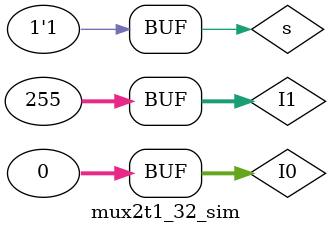
<source format=v>
`timescale 1ns / 1ps


module mux2t1_32_sim;

	// Inputs
	reg [31:0] I0;
	reg [31:0] I1;
	reg s;

	// Outputs
	wire [31:0] o;

	// Instantiate the Unit Under Test (UUT)
	MUX2T1_32 uut (
		.I0(I0), 
		.I1(I1), 
		.s(s), 
		.o(o)
	);

	initial begin
		// Initialize Inputs
		I0 = 0;
		I1 = 8'hffffffff;
		s = 0;
		#100;
		s = 1;
		#100;
		// Wait 100 ns for global reset to finish
		#100;
        
		// Add stimulus here

	end
      
endmodule


</source>
